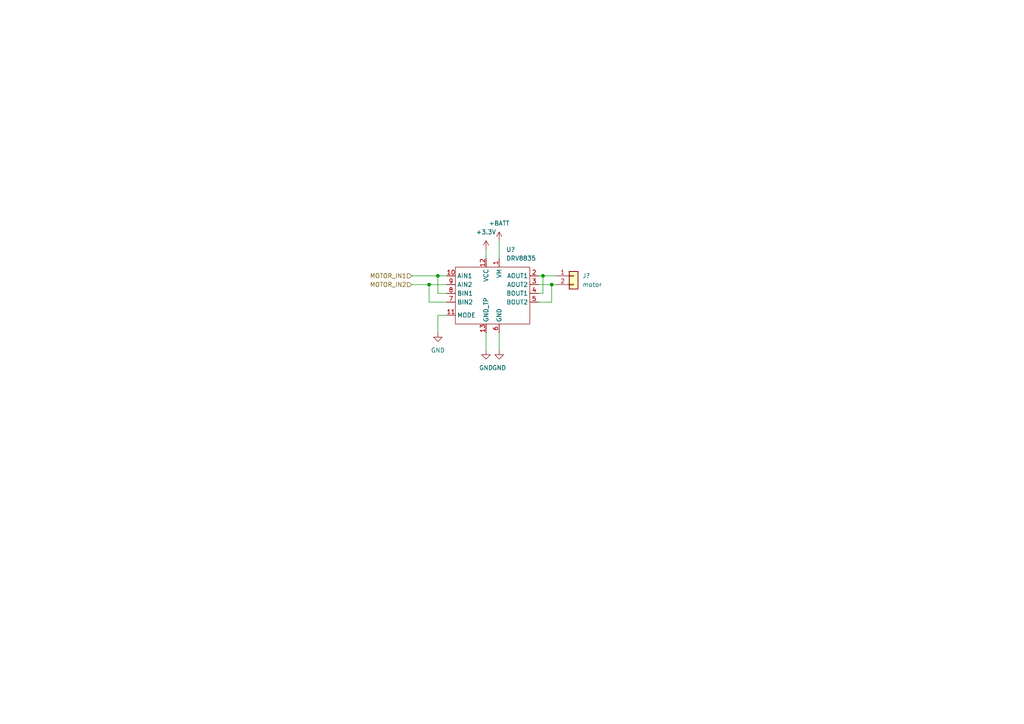
<source format=kicad_sch>
(kicad_sch (version 20211123) (generator eeschema)
  (paper "A4")
  (lib_symbols
    (symbol "Connector_Generic:Conn_01x02" (pin_names (offset 1.016) hide)
      (property "Reference" "J" (at 0 2.54 0))
      (property "Value" "Conn_01x02" (at 0 -5.08 0))
      (symbol "Conn_01x02_1_1"
        (rectangle (start -1.27 -2.413) (end 0 -2.667) (stroke (width 0.1524)))
        (rectangle (start -1.27 0.127) (end 0 -0.127) (stroke (width 0.1524)))
        (rectangle (start -1.27 1.27) (end 1.27 -3.81) (stroke (width 0.254)) (fill (type background)))
        (pin passive line (at -5.08 0 0) (length 3.81) (name "Pin_1") (number "1"))
        (pin passive line (at -5.08 -2.54 0) (length 3.81) (name "Pin_2") (number "2"))
      )
    )
    (symbol "My_Device:DRV8835"
      (property "Reference" "U" (at 0 0 0))
      (property "Value" "DRV8835" (at 0 -2.54 0))
      (symbol "DRV8835_0_1"
        (polyline (pts (xy -10.16 -11.43) (xy 11.43 -11.43) (xy 11.43 -27.94) (xy -10.16 -27.94) (xy -10.16 -11.43)))
      )
      (symbol "DRV8835_1_1"
        (pin input line (at 2.54 -8.89 270) (length 2.54) (name "VM") (number "1"))
        (pin input line (at -12.7 -13.97 0) (length 2.54) (name "AIN1") (number "10"))
        (pin input line (at -12.7 -25.4 0) (length 2.54) (name "MODE") (number "11"))
        (pin input line (at -1.27 -8.89 270) (length 2.54) (name "VCC") (number "12"))
        (pin input line (at -1.27 -30.48 90) (length 2.54) (name "GND_TP") (number "13"))
        (pin input line (at 13.97 -13.97 180) (length 2.54) (name "AOUT1") (number "2"))
        (pin input line (at 13.97 -16.51 180) (length 2.54) (name "AOUT2") (number "3"))
        (pin input line (at 13.97 -19.05 180) (length 2.54) (name "BOUT1") (number "4"))
        (pin input line (at 13.97 -21.59 180) (length 2.54) (name "BOUT2") (number "5"))
        (pin input line (at 2.54 -30.48 90) (length 2.54) (name "GND") (number "6"))
        (pin input line (at -12.7 -21.59 0) (length 2.54) (name "BIN2") (number "7"))
        (pin input line (at -12.7 -19.05 0) (length 2.54) (name "BIN1") (number "8"))
        (pin input line (at -12.7 -16.51 0) (length 2.54) (name "AIN2") (number "9"))
      )
    )
    (symbol "power:+3.3V" (power) (pin_names (offset 0))
      (property "Value" "+3.3V" (at 0 3.556 0))
      (symbol "+3.3V_0_1"
        (polyline (pts (xy -0.762 1.27) (xy 0 2.54)))
        (polyline (pts (xy 0 0) (xy 0 2.54)))
        (polyline (pts (xy 0 2.54) (xy 0.762 1.27)))
      )
      (symbol "+3.3V_1_1"
        (pin power_in line (at 0 0 90) (length 0) hide (name "+3.3V") (number "1"))
      )
    )
    (symbol "power:+BATT" (power) (pin_names (offset 0))
      (property "Value" "+BATT" (at 0 3.556 0))
      (symbol "+BATT_0_1"
        (polyline (pts (xy -0.762 1.27) (xy 0 2.54)))
        (polyline (pts (xy 0 0) (xy 0 2.54)))
        (polyline (pts (xy 0 2.54) (xy 0.762 1.27)))
      )
      (symbol "+BATT_1_1"
        (pin power_in line (at 0 0 90) (length 0) hide (name "+BATT") (number "1"))
      )
    )
    (symbol "power:GND" (power) (pin_names (offset 0))
      (property "Value" "GND" (at 0 -3.81 0))
      (symbol "GND_0_1"
        (polyline (pts (xy 0 0) (xy 0 -1.27) (xy 1.27 -1.27) (xy 0 -2.54) (xy -1.27 -1.27) (xy 0 -1.27)))
      )
      (symbol "GND_1_1"
        (pin power_in line (at 0 0 270) (length 0) hide (name "GND") (number "1"))
      )
    )
  )
  (junction (at 157.48 80.01))
  (junction (at 127 80.01))
  (junction (at 160.02 82.55))
  (junction (at 124.46 82.55))
  (wire (pts (xy 160.02 82.55) (xy 160.02 87.63)))
  (wire (pts (xy 156.21 82.55) (xy 160.02 82.55)))
  (wire (pts (xy 119.38 82.55) (xy 124.46 82.55)))
  (wire (pts (xy 156.21 87.63) (xy 160.02 87.63)))
  (wire (pts (xy 157.48 80.01) (xy 161.29 80.01)))
  (wire (pts (xy 156.21 85.09) (xy 157.48 85.09)))
  (wire (pts (xy 160.02 82.55) (xy 161.29 82.55)))
  (wire (pts (xy 124.46 82.55) (xy 129.54 82.55)))
  (wire (pts (xy 127 85.09) (xy 127 80.01)))
  (wire (pts (xy 129.54 91.44) (xy 127 91.44)))
  (wire (pts (xy 127 80.01) (xy 129.54 80.01)))
  (wire (pts (xy 157.48 85.09) (xy 157.48 80.01)))
  (wire (pts (xy 140.97 96.52) (xy 140.97 101.6)))
  (wire (pts (xy 156.21 80.01) (xy 157.48 80.01)))
  (wire (pts (xy 127 91.44) (xy 127 96.52)))
  (wire (pts (xy 140.97 72.39) (xy 140.97 74.93)))
  (wire (pts (xy 129.54 85.09) (xy 127 85.09)))
  (wire (pts (xy 124.46 87.63) (xy 124.46 82.55)))
  (wire (pts (xy 119.38 80.01) (xy 127 80.01)))
  (wire (pts (xy 129.54 87.63) (xy 124.46 87.63)))
  (wire (pts (xy 144.78 69.85) (xy 144.78 74.93)))
  (wire (pts (xy 144.78 96.52) (xy 144.78 101.6)))
  (hierarchical_label "MOTOR_IN1" (shape input) (at 119.38 80.01 180))
  (hierarchical_label "MOTOR_IN2" (shape input) (at 119.38 82.55 180))
  (symbol (lib_id "power:GND") (at 144.78 101.6 0) (unit 1)
    (property "Reference" "#PWR?" (effects hide))
    (property "Value" "GND" (at 144.78 106.68 0))
  )
  (symbol (lib_id "power:+BATT") (at 144.78 69.85 0) (unit 1)
    (property "Reference" "#PWR?" (effects hide))
    (property "Value" "+BATT" (at 144.78 64.77 0))
  )
  (symbol (lib_id "Connector_Generic:Conn_01x02") (at 166.37 80.01 0) (unit 1)
    (property "Reference" "J?" (at 168.91 80.0099 0) (effects (justify left)))
    (property "Value" "motor" (at 168.91 82.5499 0) (effects (justify left)))
  )
  (symbol (lib_id "power:+3.3V") (at 140.97 72.39 0) (unit 1)
    (property "Reference" "#PWR?" (effects hide))
    (property "Value" "+3.3V" (at 140.97 67.31 0))
  )
  (symbol (lib_id "power:GND") (at 127 96.52 0) (unit 1)
    (property "Reference" "#PWR?" (effects hide))
    (property "Value" "GND" (at 127 101.6 0))
  )
  (symbol (lib_id "My_Device:DRV8835") (at 142.24 66.04 0) (unit 1)
    (property "Reference" "U?" (at 146.7994 72.39 0) (effects (justify left)))
    (property "Value" "DRV8835" (at 146.7994 74.93 0) (effects (justify left)))
  )
  (symbol (lib_id "power:GND") (at 140.97 101.6 0) (unit 1)
    (property "Reference" "#PWR?" (effects hide))
    (property "Value" "GND" (at 140.97 106.68 0))
  )
)
</source>
